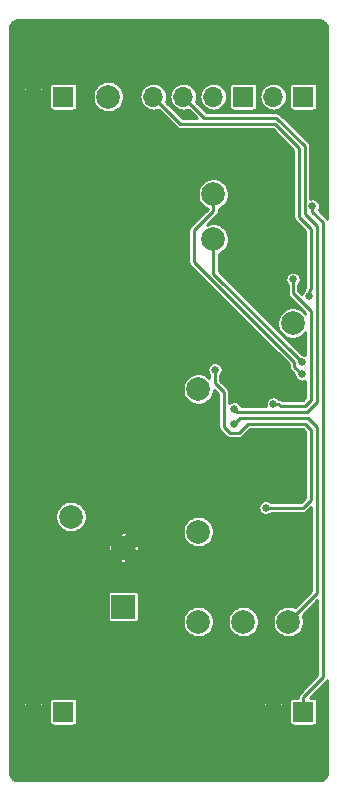
<source format=gbr>
G04 #@! TF.GenerationSoftware,KiCad,Pcbnew,(5.1.2)-2*
G04 #@! TF.CreationDate,2019-08-19T00:47:59-07:00*
G04 #@! TF.ProjectId,Charger SubBoard 0-2,43686172-6765-4722-9053-7562426f6172,rev?*
G04 #@! TF.SameCoordinates,Original*
G04 #@! TF.FileFunction,Copper,L2,Bot*
G04 #@! TF.FilePolarity,Positive*
%FSLAX46Y46*%
G04 Gerber Fmt 4.6, Leading zero omitted, Abs format (unit mm)*
G04 Created by KiCad (PCBNEW (5.1.2)-2) date 2019-08-19 00:47:59*
%MOMM*%
%LPD*%
G04 APERTURE LIST*
G04 #@! TA.AperFunction,ComponentPad*
%ADD10C,2.000000*%
G04 #@! TD*
G04 #@! TA.AperFunction,ComponentPad*
%ADD11R,2.000000X2.000000*%
G04 #@! TD*
G04 #@! TA.AperFunction,ComponentPad*
%ADD12O,1.700000X1.700000*%
G04 #@! TD*
G04 #@! TA.AperFunction,ComponentPad*
%ADD13R,1.700000X1.700000*%
G04 #@! TD*
G04 #@! TA.AperFunction,ViaPad*
%ADD14C,0.635000*%
G04 #@! TD*
G04 #@! TA.AperFunction,Conductor*
%ADD15C,0.254000*%
G04 #@! TD*
G04 APERTURE END LIST*
D10*
G04 #@! TO.P,C7,2*
G04 #@! TO.N,GND*
X148590000Y-94060000D03*
D11*
G04 #@! TO.P,C7,1*
G04 #@! TO.N,/PRE_VOUT*
X148590000Y-99060000D03*
G04 #@! TD*
D10*
G04 #@! TO.P,TP10,1*
G04 #@! TO.N,Net-(D3-Pad2)*
X158750000Y-100330000D03*
G04 #@! TD*
G04 #@! TO.P,TP9,1*
G04 #@! TO.N,Net-(R15-Pad1)*
X162941000Y-75057000D03*
G04 #@! TD*
G04 #@! TO.P,TP8,1*
G04 #@! TO.N,/PRE_VOUT*
X154940000Y-100330000D03*
G04 #@! TD*
G04 #@! TO.P,TP7,1*
G04 #@! TO.N,Net-(R16-Pad2)*
X162560000Y-100330000D03*
G04 #@! TD*
G04 #@! TO.P,TP6,1*
G04 #@! TO.N,Net-(R13-Pad2)*
X154940000Y-92710000D03*
G04 #@! TD*
G04 #@! TO.P,TP5,1*
G04 #@! TO.N,Net-(NT1-Pad2)*
X154940000Y-80645000D03*
G04 #@! TD*
G04 #@! TO.P,TP4,1*
G04 #@! TO.N,/SW*
X144145000Y-91440000D03*
G04 #@! TD*
G04 #@! TO.P,TP3,1*
G04 #@! TO.N,/VIN*
X156210000Y-67945000D03*
G04 #@! TD*
G04 #@! TO.P,TP2,1*
G04 #@! TO.N,/PRE_SH*
X156210000Y-64135000D03*
G04 #@! TD*
G04 #@! TO.P,TP1,1*
G04 #@! TO.N,Net-(D1-Pad2)*
X147320000Y-55880000D03*
G04 #@! TD*
D12*
G04 #@! TO.P,J5,2*
G04 #@! TO.N,GND*
X161290000Y-107950000D03*
D13*
G04 #@! TO.P,J5,1*
G04 #@! TO.N,+3V3*
X163830000Y-107950000D03*
G04 #@! TD*
D12*
G04 #@! TO.P,J4,2*
G04 #@! TO.N,GND*
X140970000Y-107950000D03*
D13*
G04 #@! TO.P,J4,1*
G04 #@! TO.N,/VOUT*
X143510000Y-107950000D03*
G04 #@! TD*
D12*
G04 #@! TO.P,J3,4*
G04 #@! TO.N,/RUN*
X151130000Y-55880000D03*
G04 #@! TO.P,J3,3*
G04 #@! TO.N,/OUT_EN*
X153670000Y-55880000D03*
G04 #@! TO.P,J3,2*
G04 #@! TO.N,/ILIM*
X156210000Y-55880000D03*
D13*
G04 #@! TO.P,J3,1*
G04 #@! TO.N,/PRE*
X158750000Y-55880000D03*
G04 #@! TD*
D12*
G04 #@! TO.P,J2,2*
G04 #@! TO.N,GND*
X140970000Y-55880000D03*
D13*
G04 #@! TO.P,J2,1*
G04 #@! TO.N,/PRE_VIN*
X143510000Y-55880000D03*
G04 #@! TD*
D12*
G04 #@! TO.P,J1,2*
G04 #@! TO.N,/I_IN*
X161290000Y-55880000D03*
D13*
G04 #@! TO.P,J1,1*
X163830000Y-55880000D03*
G04 #@! TD*
D14*
G04 #@! TO.N,GND*
X161544000Y-92456000D03*
X162433000Y-91694000D03*
X162433000Y-92456000D03*
X162433000Y-93345000D03*
X162814000Y-86360000D03*
X162814000Y-87122000D03*
X158623000Y-87122000D03*
X158623000Y-86360000D03*
X158623000Y-85598000D03*
X157861000Y-86360000D03*
X157861000Y-85598000D03*
X163576000Y-86360000D03*
X163576000Y-84455000D03*
X142367000Y-104775000D03*
X142367000Y-105664000D03*
X139573000Y-104775000D03*
X139573000Y-105664000D03*
X139573000Y-106553000D03*
X140462000Y-106553000D03*
X141351000Y-106553000D03*
X158877000Y-76962000D03*
X158877000Y-77724000D03*
X157607000Y-78994000D03*
X157607000Y-79756000D03*
X157607000Y-80518000D03*
X162433000Y-66040000D03*
X161671000Y-66040000D03*
X158369000Y-66040000D03*
X157607000Y-66040000D03*
X161671000Y-60579000D03*
X158623000Y-103251000D03*
X160274000Y-103251000D03*
X161544000Y-96393000D03*
X158242000Y-97409000D03*
X162560000Y-79883000D03*
X162941000Y-70358000D03*
X162941000Y-68834000D03*
X152146000Y-88011000D03*
X152908000Y-88011000D03*
X153670000Y-88011000D03*
X154432000Y-88011000D03*
X155194000Y-88011000D03*
X153670000Y-90678000D03*
X154432000Y-90678000D03*
X155194000Y-90678000D03*
X152908000Y-90678000D03*
X152146000Y-90678000D03*
G04 #@! TO.N,+3V3*
X164592000Y-65151000D03*
G04 #@! TO.N,Net-(R16-Pad2)*
X157988000Y-83566000D03*
G04 #@! TO.N,/VIN*
X160655000Y-90678000D03*
X156337000Y-78994000D03*
X163703014Y-78359000D03*
G04 #@! TO.N,/PRE_SH*
X163703000Y-79375000D03*
G04 #@! TO.N,Net-(C11-Pad1)*
X162955000Y-71360000D03*
X161290000Y-81915000D03*
G04 #@! TO.N,/RUN*
X164338000Y-72771000D03*
G04 #@! TO.N,/OUT_EN*
X157988000Y-82296000D03*
G04 #@! TD*
D15*
G04 #@! TO.N,+3V3*
X163830000Y-106680000D02*
X163830000Y-107950000D01*
X165481000Y-105029000D02*
X163830000Y-106680000D01*
X165481000Y-66518506D02*
X165481000Y-105029000D01*
X164592000Y-65151000D02*
X164592000Y-65629506D01*
X164592000Y-65629506D02*
X165481000Y-66518506D01*
G04 #@! TO.N,Net-(R16-Pad2)*
X164973000Y-97917000D02*
X162560000Y-100330000D01*
X164973000Y-83820000D02*
X164973000Y-97917000D01*
X164211000Y-83058000D02*
X164973000Y-83820000D01*
X157988000Y-83566000D02*
X158496000Y-83058000D01*
X158496000Y-83058000D02*
X164211000Y-83058000D01*
G04 #@! TO.N,/VIN*
X157099000Y-83820000D02*
X157099000Y-80893414D01*
X156337000Y-80131414D02*
X156337000Y-78994000D01*
X157607000Y-84328000D02*
X157099000Y-83820000D01*
X158369000Y-84328000D02*
X157607000Y-84328000D01*
X163830000Y-90678000D02*
X164465000Y-90043000D01*
X164465000Y-90043000D02*
X164465000Y-84074000D01*
X164465000Y-84074000D02*
X163957000Y-83566000D01*
X160655000Y-90678000D02*
X163830000Y-90678000D01*
X163957000Y-83566000D02*
X159131000Y-83566000D01*
X157099000Y-80893414D02*
X156337000Y-80131414D01*
X159131000Y-83566000D02*
X158369000Y-84328000D01*
X163385515Y-78041501D02*
X163703014Y-78359000D01*
X156210000Y-67945000D02*
X156210000Y-70865986D01*
X156210000Y-70865986D02*
X163385515Y-78041501D01*
G04 #@! TO.N,/PRE_SH*
X156210000Y-65532000D02*
X156210000Y-64135000D01*
X154559000Y-67183000D02*
X156210000Y-65532000D01*
X154559000Y-69850000D02*
X154559000Y-67183000D01*
X163068000Y-78359000D02*
X154559000Y-69850000D01*
X163703000Y-79375000D02*
X163068000Y-78740000D01*
X163068000Y-78740000D02*
X163068000Y-78359000D01*
G04 #@! TO.N,Net-(C11-Pad1)*
X162955000Y-72531000D02*
X162955000Y-71360000D01*
X161290000Y-81915000D02*
X161739012Y-81915000D01*
X161739012Y-81915000D02*
X161866012Y-82042000D01*
X161866012Y-82042000D02*
X163957000Y-82042000D01*
X163957000Y-82042000D02*
X164465000Y-81534000D01*
X164465000Y-81534000D02*
X164465000Y-74041000D01*
X164465000Y-74041000D02*
X162955000Y-72531000D01*
G04 #@! TO.N,/RUN*
X153416000Y-58166000D02*
X151130000Y-55880000D01*
X161417000Y-58166000D02*
X153416000Y-58166000D01*
X164338000Y-72321988D02*
X164465000Y-72194988D01*
X164338000Y-72771000D02*
X164338000Y-72321988D01*
X164465000Y-72194988D02*
X164465000Y-67056000D01*
X164465000Y-67056000D02*
X163449000Y-66040000D01*
X163449000Y-66040000D02*
X163449000Y-60198000D01*
X163449000Y-60198000D02*
X161417000Y-58166000D01*
G04 #@! TO.N,/OUT_EN*
X161544000Y-57658000D02*
X155448000Y-57658000D01*
X163957000Y-60071000D02*
X161544000Y-57658000D01*
X158242000Y-82550000D02*
X164147500Y-82550000D01*
X157988000Y-82296000D02*
X158242000Y-82550000D01*
X164147500Y-82550000D02*
X164973000Y-81724500D01*
X164973000Y-81724500D02*
X164973000Y-66802000D01*
X164973000Y-66802000D02*
X163957000Y-65786000D01*
X155448000Y-57658000D02*
X153670000Y-55880000D01*
X163957000Y-65786000D02*
X163957000Y-60071000D01*
G04 #@! TD*
G04 #@! TO.N,GND*
G36*
X165245054Y-49432420D02*
G01*
X165384586Y-49474547D01*
X165513272Y-49542971D01*
X165626223Y-49635090D01*
X165719129Y-49747394D01*
X165788450Y-49875602D01*
X165831549Y-50014832D01*
X165849300Y-50183720D01*
X165849300Y-66246593D01*
X165805853Y-66193653D01*
X165788409Y-66179337D01*
X165126285Y-65517214D01*
X165165984Y-65457801D01*
X165214809Y-65339927D01*
X165239700Y-65214793D01*
X165239700Y-65087207D01*
X165214809Y-64962073D01*
X165165984Y-64844199D01*
X165095101Y-64738115D01*
X165004885Y-64647899D01*
X164898801Y-64577016D01*
X164780927Y-64528191D01*
X164655793Y-64503300D01*
X164528207Y-64503300D01*
X164414200Y-64525978D01*
X164414200Y-60093449D01*
X164416411Y-60070999D01*
X164414200Y-60048549D01*
X164414200Y-60048540D01*
X164407585Y-59981373D01*
X164381441Y-59895191D01*
X164361678Y-59858217D01*
X164338987Y-59815763D01*
X164296170Y-59763592D01*
X164281853Y-59746147D01*
X164264408Y-59731830D01*
X161883174Y-57350597D01*
X161868853Y-57333147D01*
X161799236Y-57276013D01*
X161719809Y-57233559D01*
X161633627Y-57207415D01*
X161566460Y-57200800D01*
X161566450Y-57200800D01*
X161544000Y-57198589D01*
X161521550Y-57200800D01*
X155637379Y-57200800D01*
X154766748Y-56330170D01*
X154833123Y-56111360D01*
X154855910Y-55880000D01*
X155024090Y-55880000D01*
X155046877Y-56111360D01*
X155114362Y-56333828D01*
X155223952Y-56538856D01*
X155371435Y-56718565D01*
X155551144Y-56866048D01*
X155756172Y-56975638D01*
X155978640Y-57043123D01*
X156152025Y-57060200D01*
X156267975Y-57060200D01*
X156441360Y-57043123D01*
X156663828Y-56975638D01*
X156868856Y-56866048D01*
X157048565Y-56718565D01*
X157196048Y-56538856D01*
X157305638Y-56333828D01*
X157373123Y-56111360D01*
X157395910Y-55880000D01*
X157373123Y-55648640D01*
X157305638Y-55426172D01*
X157196048Y-55221144D01*
X157048565Y-55041435D01*
X157034632Y-55030000D01*
X157568203Y-55030000D01*
X157568203Y-56730000D01*
X157574578Y-56794730D01*
X157593460Y-56856973D01*
X157624121Y-56914337D01*
X157665384Y-56964616D01*
X157715663Y-57005879D01*
X157773027Y-57036540D01*
X157835270Y-57055422D01*
X157900000Y-57061797D01*
X159600000Y-57061797D01*
X159664730Y-57055422D01*
X159726973Y-57036540D01*
X159784337Y-57005879D01*
X159834616Y-56964616D01*
X159875879Y-56914337D01*
X159906540Y-56856973D01*
X159925422Y-56794730D01*
X159931797Y-56730000D01*
X159931797Y-55880000D01*
X160104090Y-55880000D01*
X160126877Y-56111360D01*
X160194362Y-56333828D01*
X160303952Y-56538856D01*
X160451435Y-56718565D01*
X160631144Y-56866048D01*
X160836172Y-56975638D01*
X161058640Y-57043123D01*
X161232025Y-57060200D01*
X161347975Y-57060200D01*
X161521360Y-57043123D01*
X161743828Y-56975638D01*
X161948856Y-56866048D01*
X162128565Y-56718565D01*
X162276048Y-56538856D01*
X162385638Y-56333828D01*
X162453123Y-56111360D01*
X162475910Y-55880000D01*
X162453123Y-55648640D01*
X162385638Y-55426172D01*
X162276048Y-55221144D01*
X162128565Y-55041435D01*
X162114632Y-55030000D01*
X162648203Y-55030000D01*
X162648203Y-56730000D01*
X162654578Y-56794730D01*
X162673460Y-56856973D01*
X162704121Y-56914337D01*
X162745384Y-56964616D01*
X162795663Y-57005879D01*
X162853027Y-57036540D01*
X162915270Y-57055422D01*
X162980000Y-57061797D01*
X164680000Y-57061797D01*
X164744730Y-57055422D01*
X164806973Y-57036540D01*
X164864337Y-57005879D01*
X164914616Y-56964616D01*
X164955879Y-56914337D01*
X164986540Y-56856973D01*
X165005422Y-56794730D01*
X165011797Y-56730000D01*
X165011797Y-55030000D01*
X165005422Y-54965270D01*
X164986540Y-54903027D01*
X164955879Y-54845663D01*
X164914616Y-54795384D01*
X164864337Y-54754121D01*
X164806973Y-54723460D01*
X164744730Y-54704578D01*
X164680000Y-54698203D01*
X162980000Y-54698203D01*
X162915270Y-54704578D01*
X162853027Y-54723460D01*
X162795663Y-54754121D01*
X162745384Y-54795384D01*
X162704121Y-54845663D01*
X162673460Y-54903027D01*
X162654578Y-54965270D01*
X162648203Y-55030000D01*
X162114632Y-55030000D01*
X161948856Y-54893952D01*
X161743828Y-54784362D01*
X161521360Y-54716877D01*
X161347975Y-54699800D01*
X161232025Y-54699800D01*
X161058640Y-54716877D01*
X160836172Y-54784362D01*
X160631144Y-54893952D01*
X160451435Y-55041435D01*
X160303952Y-55221144D01*
X160194362Y-55426172D01*
X160126877Y-55648640D01*
X160104090Y-55880000D01*
X159931797Y-55880000D01*
X159931797Y-55030000D01*
X159925422Y-54965270D01*
X159906540Y-54903027D01*
X159875879Y-54845663D01*
X159834616Y-54795384D01*
X159784337Y-54754121D01*
X159726973Y-54723460D01*
X159664730Y-54704578D01*
X159600000Y-54698203D01*
X157900000Y-54698203D01*
X157835270Y-54704578D01*
X157773027Y-54723460D01*
X157715663Y-54754121D01*
X157665384Y-54795384D01*
X157624121Y-54845663D01*
X157593460Y-54903027D01*
X157574578Y-54965270D01*
X157568203Y-55030000D01*
X157034632Y-55030000D01*
X156868856Y-54893952D01*
X156663828Y-54784362D01*
X156441360Y-54716877D01*
X156267975Y-54699800D01*
X156152025Y-54699800D01*
X155978640Y-54716877D01*
X155756172Y-54784362D01*
X155551144Y-54893952D01*
X155371435Y-55041435D01*
X155223952Y-55221144D01*
X155114362Y-55426172D01*
X155046877Y-55648640D01*
X155024090Y-55880000D01*
X154855910Y-55880000D01*
X154833123Y-55648640D01*
X154765638Y-55426172D01*
X154656048Y-55221144D01*
X154508565Y-55041435D01*
X154328856Y-54893952D01*
X154123828Y-54784362D01*
X153901360Y-54716877D01*
X153727975Y-54699800D01*
X153612025Y-54699800D01*
X153438640Y-54716877D01*
X153216172Y-54784362D01*
X153011144Y-54893952D01*
X152831435Y-55041435D01*
X152683952Y-55221144D01*
X152574362Y-55426172D01*
X152506877Y-55648640D01*
X152484090Y-55880000D01*
X152506877Y-56111360D01*
X152574362Y-56333828D01*
X152683952Y-56538856D01*
X152831435Y-56718565D01*
X153011144Y-56866048D01*
X153216172Y-56975638D01*
X153438640Y-57043123D01*
X153612025Y-57060200D01*
X153727975Y-57060200D01*
X153901360Y-57043123D01*
X154120170Y-56976748D01*
X154852221Y-57708800D01*
X153605378Y-57708800D01*
X152226748Y-56330170D01*
X152293123Y-56111360D01*
X152315910Y-55880000D01*
X152293123Y-55648640D01*
X152225638Y-55426172D01*
X152116048Y-55221144D01*
X151968565Y-55041435D01*
X151788856Y-54893952D01*
X151583828Y-54784362D01*
X151361360Y-54716877D01*
X151187975Y-54699800D01*
X151072025Y-54699800D01*
X150898640Y-54716877D01*
X150676172Y-54784362D01*
X150471144Y-54893952D01*
X150291435Y-55041435D01*
X150143952Y-55221144D01*
X150034362Y-55426172D01*
X149966877Y-55648640D01*
X149944090Y-55880000D01*
X149966877Y-56111360D01*
X150034362Y-56333828D01*
X150143952Y-56538856D01*
X150291435Y-56718565D01*
X150471144Y-56866048D01*
X150676172Y-56975638D01*
X150898640Y-57043123D01*
X151072025Y-57060200D01*
X151187975Y-57060200D01*
X151361360Y-57043123D01*
X151580170Y-56976748D01*
X153076829Y-58473407D01*
X153091147Y-58490853D01*
X153160764Y-58547987D01*
X153240191Y-58590441D01*
X153326373Y-58616585D01*
X153393540Y-58623200D01*
X153393549Y-58623200D01*
X153415999Y-58625411D01*
X153438449Y-58623200D01*
X161227623Y-58623200D01*
X162991801Y-60387379D01*
X162991800Y-66017550D01*
X162989589Y-66040000D01*
X162991800Y-66062450D01*
X162991800Y-66062459D01*
X162998415Y-66129626D01*
X163024559Y-66215808D01*
X163067013Y-66295235D01*
X163124147Y-66364853D01*
X163141597Y-66379174D01*
X164007801Y-67245379D01*
X164007800Y-72003651D01*
X163998831Y-72014580D01*
X163998830Y-72014581D01*
X163956013Y-72066753D01*
X163935377Y-72105362D01*
X163913560Y-72146179D01*
X163887416Y-72232361D01*
X163880800Y-72299528D01*
X163880800Y-72299538D01*
X163879415Y-72313599D01*
X163834899Y-72358115D01*
X163764016Y-72464199D01*
X163715191Y-72582073D01*
X163704815Y-72634237D01*
X163412200Y-72341623D01*
X163412200Y-71818786D01*
X163458101Y-71772885D01*
X163528984Y-71666801D01*
X163577809Y-71548927D01*
X163602700Y-71423793D01*
X163602700Y-71296207D01*
X163577809Y-71171073D01*
X163528984Y-71053199D01*
X163458101Y-70947115D01*
X163367885Y-70856899D01*
X163261801Y-70786016D01*
X163143927Y-70737191D01*
X163018793Y-70712300D01*
X162891207Y-70712300D01*
X162766073Y-70737191D01*
X162648199Y-70786016D01*
X162542115Y-70856899D01*
X162451899Y-70947115D01*
X162381016Y-71053199D01*
X162332191Y-71171073D01*
X162307300Y-71296207D01*
X162307300Y-71423793D01*
X162332191Y-71548927D01*
X162381016Y-71666801D01*
X162451899Y-71772885D01*
X162497801Y-71818787D01*
X162497800Y-72508550D01*
X162495589Y-72531000D01*
X162497800Y-72553450D01*
X162497800Y-72553459D01*
X162504415Y-72620626D01*
X162530559Y-72706808D01*
X162573013Y-72786235D01*
X162630147Y-72855853D01*
X162647597Y-72870174D01*
X164007801Y-74230379D01*
X164007801Y-74259284D01*
X163974234Y-74209047D01*
X163788953Y-74023766D01*
X163571086Y-73878192D01*
X163329005Y-73777919D01*
X163072013Y-73726800D01*
X162809987Y-73726800D01*
X162552995Y-73777919D01*
X162310914Y-73878192D01*
X162093047Y-74023766D01*
X161907766Y-74209047D01*
X161762192Y-74426914D01*
X161661919Y-74668995D01*
X161610800Y-74925987D01*
X161610800Y-75188013D01*
X161661919Y-75445005D01*
X161762192Y-75687086D01*
X161907766Y-75904953D01*
X162093047Y-76090234D01*
X162310914Y-76235808D01*
X162552995Y-76336081D01*
X162809987Y-76387200D01*
X163072013Y-76387200D01*
X163329005Y-76336081D01*
X163571086Y-76235808D01*
X163788953Y-76090234D01*
X163974234Y-75904953D01*
X164007801Y-75854717D01*
X164007801Y-77784182D01*
X163891941Y-77736191D01*
X163766807Y-77711300D01*
X163701893Y-77711300D01*
X156667200Y-70676609D01*
X156667200Y-69195420D01*
X156840086Y-69123808D01*
X157057953Y-68978234D01*
X157243234Y-68792953D01*
X157388808Y-68575086D01*
X157489081Y-68333005D01*
X157540200Y-68076013D01*
X157540200Y-67813987D01*
X157489081Y-67556995D01*
X157388808Y-67314914D01*
X157243234Y-67097047D01*
X157057953Y-66911766D01*
X156840086Y-66766192D01*
X156598005Y-66665919D01*
X156341013Y-66614800D01*
X156078987Y-66614800D01*
X155821995Y-66665919D01*
X155652418Y-66736160D01*
X156517415Y-65871164D01*
X156534853Y-65856853D01*
X156549165Y-65839414D01*
X156549171Y-65839408D01*
X156591987Y-65787236D01*
X156634441Y-65707810D01*
X156649547Y-65658013D01*
X156660585Y-65621627D01*
X156667200Y-65554460D01*
X156667200Y-65554450D01*
X156669411Y-65532000D01*
X156667200Y-65509550D01*
X156667200Y-65385420D01*
X156840086Y-65313808D01*
X157057953Y-65168234D01*
X157243234Y-64982953D01*
X157388808Y-64765086D01*
X157489081Y-64523005D01*
X157540200Y-64266013D01*
X157540200Y-64003987D01*
X157489081Y-63746995D01*
X157388808Y-63504914D01*
X157243234Y-63287047D01*
X157057953Y-63101766D01*
X156840086Y-62956192D01*
X156598005Y-62855919D01*
X156341013Y-62804800D01*
X156078987Y-62804800D01*
X155821995Y-62855919D01*
X155579914Y-62956192D01*
X155362047Y-63101766D01*
X155176766Y-63287047D01*
X155031192Y-63504914D01*
X154930919Y-63746995D01*
X154879800Y-64003987D01*
X154879800Y-64266013D01*
X154930919Y-64523005D01*
X155031192Y-64765086D01*
X155176766Y-64982953D01*
X155362047Y-65168234D01*
X155579914Y-65313808D01*
X155722537Y-65372884D01*
X154251592Y-66843830D01*
X154234148Y-66858147D01*
X154219831Y-66875592D01*
X154219830Y-66875593D01*
X154206672Y-66891626D01*
X154177014Y-66927764D01*
X154134560Y-67007191D01*
X154119754Y-67056000D01*
X154108416Y-67093374D01*
X154099589Y-67183000D01*
X154101801Y-67205460D01*
X154101800Y-69827550D01*
X154099589Y-69850000D01*
X154101800Y-69872450D01*
X154101800Y-69872459D01*
X154108415Y-69939626D01*
X154134559Y-70025808D01*
X154177013Y-70105235D01*
X154234147Y-70174853D01*
X154251597Y-70189174D01*
X162610800Y-78548378D01*
X162610800Y-78717550D01*
X162608589Y-78740000D01*
X162610800Y-78762450D01*
X162610800Y-78762459D01*
X162617415Y-78829626D01*
X162643559Y-78915808D01*
X162686013Y-78995235D01*
X162743147Y-79064853D01*
X162760597Y-79079174D01*
X163055300Y-79373878D01*
X163055300Y-79438793D01*
X163080191Y-79563927D01*
X163129016Y-79681801D01*
X163199899Y-79787885D01*
X163290115Y-79878101D01*
X163396199Y-79948984D01*
X163514073Y-79997809D01*
X163639207Y-80022700D01*
X163766793Y-80022700D01*
X163891927Y-79997809D01*
X164007800Y-79949813D01*
X164007800Y-81344622D01*
X163767623Y-81584800D01*
X162057350Y-81584800D01*
X161994248Y-81533013D01*
X161914821Y-81490559D01*
X161828639Y-81464415D01*
X161761472Y-81457800D01*
X161761462Y-81457800D01*
X161747401Y-81456415D01*
X161702885Y-81411899D01*
X161596801Y-81341016D01*
X161478927Y-81292191D01*
X161353793Y-81267300D01*
X161226207Y-81267300D01*
X161101073Y-81292191D01*
X160983199Y-81341016D01*
X160877115Y-81411899D01*
X160786899Y-81502115D01*
X160716016Y-81608199D01*
X160667191Y-81726073D01*
X160642300Y-81851207D01*
X160642300Y-81978793D01*
X160664978Y-82092800D01*
X158604897Y-82092800D01*
X158561984Y-81989199D01*
X158491101Y-81883115D01*
X158400885Y-81792899D01*
X158294801Y-81722016D01*
X158176927Y-81673191D01*
X158051793Y-81648300D01*
X157924207Y-81648300D01*
X157799073Y-81673191D01*
X157681199Y-81722016D01*
X157575115Y-81792899D01*
X157556200Y-81811814D01*
X157556200Y-80915864D01*
X157558411Y-80893414D01*
X157556200Y-80870964D01*
X157556200Y-80870954D01*
X157549585Y-80803787D01*
X157523441Y-80717605D01*
X157523441Y-80717604D01*
X157480987Y-80638178D01*
X157438171Y-80586006D01*
X157438165Y-80586000D01*
X157423853Y-80568561D01*
X157406413Y-80554249D01*
X156794200Y-79942037D01*
X156794200Y-79452786D01*
X156840101Y-79406885D01*
X156910984Y-79300801D01*
X156959809Y-79182927D01*
X156984700Y-79057793D01*
X156984700Y-78930207D01*
X156959809Y-78805073D01*
X156910984Y-78687199D01*
X156840101Y-78581115D01*
X156749885Y-78490899D01*
X156643801Y-78420016D01*
X156525927Y-78371191D01*
X156400793Y-78346300D01*
X156273207Y-78346300D01*
X156148073Y-78371191D01*
X156030199Y-78420016D01*
X155924115Y-78490899D01*
X155833899Y-78581115D01*
X155763016Y-78687199D01*
X155714191Y-78805073D01*
X155689300Y-78930207D01*
X155689300Y-79057793D01*
X155714191Y-79182927D01*
X155763016Y-79300801D01*
X155833899Y-79406885D01*
X155879801Y-79452787D01*
X155879800Y-79703613D01*
X155787953Y-79611766D01*
X155570086Y-79466192D01*
X155328005Y-79365919D01*
X155071013Y-79314800D01*
X154808987Y-79314800D01*
X154551995Y-79365919D01*
X154309914Y-79466192D01*
X154092047Y-79611766D01*
X153906766Y-79797047D01*
X153761192Y-80014914D01*
X153660919Y-80256995D01*
X153609800Y-80513987D01*
X153609800Y-80776013D01*
X153660919Y-81033005D01*
X153761192Y-81275086D01*
X153906766Y-81492953D01*
X154092047Y-81678234D01*
X154309914Y-81823808D01*
X154551995Y-81924081D01*
X154808987Y-81975200D01*
X155071013Y-81975200D01*
X155328005Y-81924081D01*
X155570086Y-81823808D01*
X155787953Y-81678234D01*
X155973234Y-81492953D01*
X156118808Y-81275086D01*
X156219081Y-81033005D01*
X156270200Y-80776013D01*
X156270200Y-80711192D01*
X156641801Y-81082794D01*
X156641800Y-83797550D01*
X156639589Y-83820000D01*
X156641800Y-83842450D01*
X156641800Y-83842459D01*
X156648415Y-83909626D01*
X156674559Y-83995808D01*
X156717013Y-84075235D01*
X156774147Y-84144853D01*
X156791597Y-84159174D01*
X157267830Y-84635408D01*
X157282147Y-84652853D01*
X157299592Y-84667170D01*
X157351763Y-84709987D01*
X157394217Y-84732678D01*
X157431191Y-84752441D01*
X157517373Y-84778585D01*
X157584540Y-84785200D01*
X157584549Y-84785200D01*
X157606999Y-84787411D01*
X157629449Y-84785200D01*
X158346550Y-84785200D01*
X158369000Y-84787411D01*
X158391450Y-84785200D01*
X158391460Y-84785200D01*
X158458627Y-84778585D01*
X158544809Y-84752441D01*
X158624236Y-84709987D01*
X158693853Y-84652853D01*
X158708174Y-84635403D01*
X159320379Y-84023200D01*
X163767623Y-84023200D01*
X164007801Y-84263379D01*
X164007800Y-89853621D01*
X163640623Y-90220800D01*
X161113786Y-90220800D01*
X161067885Y-90174899D01*
X160961801Y-90104016D01*
X160843927Y-90055191D01*
X160718793Y-90030300D01*
X160591207Y-90030300D01*
X160466073Y-90055191D01*
X160348199Y-90104016D01*
X160242115Y-90174899D01*
X160151899Y-90265115D01*
X160081016Y-90371199D01*
X160032191Y-90489073D01*
X160007300Y-90614207D01*
X160007300Y-90741793D01*
X160032191Y-90866927D01*
X160081016Y-90984801D01*
X160151899Y-91090885D01*
X160242115Y-91181101D01*
X160348199Y-91251984D01*
X160466073Y-91300809D01*
X160591207Y-91325700D01*
X160718793Y-91325700D01*
X160843927Y-91300809D01*
X160961801Y-91251984D01*
X161067885Y-91181101D01*
X161113786Y-91135200D01*
X163807550Y-91135200D01*
X163830000Y-91137411D01*
X163852450Y-91135200D01*
X163852460Y-91135200D01*
X163919627Y-91128585D01*
X164005809Y-91102441D01*
X164085236Y-91059987D01*
X164154853Y-91002853D01*
X164169174Y-90985403D01*
X164515800Y-90638778D01*
X164515801Y-97727621D01*
X163120892Y-99122531D01*
X162948005Y-99050919D01*
X162691013Y-98999800D01*
X162428987Y-98999800D01*
X162171995Y-99050919D01*
X161929914Y-99151192D01*
X161712047Y-99296766D01*
X161526766Y-99482047D01*
X161381192Y-99699914D01*
X161280919Y-99941995D01*
X161229800Y-100198987D01*
X161229800Y-100461013D01*
X161280919Y-100718005D01*
X161381192Y-100960086D01*
X161526766Y-101177953D01*
X161712047Y-101363234D01*
X161929914Y-101508808D01*
X162171995Y-101609081D01*
X162428987Y-101660200D01*
X162691013Y-101660200D01*
X162948005Y-101609081D01*
X163190086Y-101508808D01*
X163407953Y-101363234D01*
X163593234Y-101177953D01*
X163738808Y-100960086D01*
X163839081Y-100718005D01*
X163890200Y-100461013D01*
X163890200Y-100198987D01*
X163839081Y-99941995D01*
X163767469Y-99769108D01*
X165023801Y-98512777D01*
X165023801Y-104839620D01*
X163522597Y-106340826D01*
X163505147Y-106355147D01*
X163448013Y-106424765D01*
X163405559Y-106504192D01*
X163379415Y-106590374D01*
X163372800Y-106657541D01*
X163372800Y-106657550D01*
X163370589Y-106680000D01*
X163372800Y-106702450D01*
X163372800Y-106768203D01*
X162980000Y-106768203D01*
X162915270Y-106774578D01*
X162853027Y-106793460D01*
X162795663Y-106824121D01*
X162745384Y-106865384D01*
X162704121Y-106915663D01*
X162673460Y-106973027D01*
X162654578Y-107035270D01*
X162648203Y-107100000D01*
X162648203Y-108800000D01*
X162654578Y-108864730D01*
X162673460Y-108926973D01*
X162704121Y-108984337D01*
X162745384Y-109034616D01*
X162795663Y-109075879D01*
X162853027Y-109106540D01*
X162915270Y-109125422D01*
X162980000Y-109131797D01*
X164680000Y-109131797D01*
X164744730Y-109125422D01*
X164806973Y-109106540D01*
X164864337Y-109075879D01*
X164914616Y-109034616D01*
X164955879Y-108984337D01*
X164986540Y-108926973D01*
X165005422Y-108864730D01*
X165011797Y-108800000D01*
X165011797Y-107100000D01*
X165005422Y-107035270D01*
X164986540Y-106973027D01*
X164955879Y-106915663D01*
X164914616Y-106865384D01*
X164864337Y-106824121D01*
X164806973Y-106793460D01*
X164744730Y-106774578D01*
X164680000Y-106768203D01*
X164388374Y-106768203D01*
X165788414Y-105368165D01*
X165805853Y-105353853D01*
X165820165Y-105336414D01*
X165820171Y-105336408D01*
X165849301Y-105300913D01*
X165849301Y-113004523D01*
X165832580Y-113175054D01*
X165790453Y-113314586D01*
X165722029Y-113443274D01*
X165629910Y-113556222D01*
X165517605Y-113649129D01*
X165389398Y-113718450D01*
X165250168Y-113761549D01*
X165081280Y-113779300D01*
X139725467Y-113779300D01*
X139554946Y-113762580D01*
X139415414Y-113720453D01*
X139286726Y-113652029D01*
X139173778Y-113559910D01*
X139080871Y-113447605D01*
X139011550Y-113319398D01*
X138968451Y-113180168D01*
X138950700Y-113011280D01*
X138950700Y-108458000D01*
X140031119Y-108458000D01*
X140053157Y-108609546D01*
X140199445Y-108775740D01*
X140310459Y-108866814D01*
X140462000Y-108879829D01*
X140462000Y-108458000D01*
X141478000Y-108458000D01*
X141478000Y-108879829D01*
X141629541Y-108866814D01*
X141740555Y-108775740D01*
X141886843Y-108609546D01*
X141908881Y-108458000D01*
X141478000Y-108458000D01*
X140462000Y-108458000D01*
X140031119Y-108458000D01*
X138950700Y-108458000D01*
X138950700Y-107442000D01*
X140031119Y-107442000D01*
X140462000Y-107442000D01*
X141478000Y-107442000D01*
X141908881Y-107442000D01*
X141886843Y-107290454D01*
X141740555Y-107124260D01*
X141710984Y-107100000D01*
X142328203Y-107100000D01*
X142328203Y-108800000D01*
X142334578Y-108864730D01*
X142353460Y-108926973D01*
X142384121Y-108984337D01*
X142425384Y-109034616D01*
X142475663Y-109075879D01*
X142533027Y-109106540D01*
X142595270Y-109125422D01*
X142660000Y-109131797D01*
X144360000Y-109131797D01*
X144424730Y-109125422D01*
X144486973Y-109106540D01*
X144544337Y-109075879D01*
X144594616Y-109034616D01*
X144635879Y-108984337D01*
X144666540Y-108926973D01*
X144685422Y-108864730D01*
X144691797Y-108800000D01*
X144691797Y-108458000D01*
X160351119Y-108458000D01*
X160373157Y-108609546D01*
X160519445Y-108775740D01*
X160630459Y-108866814D01*
X160782000Y-108879829D01*
X160782000Y-108458000D01*
X161798000Y-108458000D01*
X161798000Y-108879829D01*
X161949541Y-108866814D01*
X162060555Y-108775740D01*
X162206843Y-108609546D01*
X162228881Y-108458000D01*
X161798000Y-108458000D01*
X160782000Y-108458000D01*
X160351119Y-108458000D01*
X144691797Y-108458000D01*
X144691797Y-107442000D01*
X160351119Y-107442000D01*
X160782000Y-107442000D01*
X161798000Y-107442000D01*
X162228881Y-107442000D01*
X162206843Y-107290454D01*
X162060555Y-107124260D01*
X161949541Y-107033186D01*
X161798000Y-107020171D01*
X161798000Y-107442000D01*
X160782000Y-107442000D01*
X160782000Y-107020171D01*
X160630459Y-107033186D01*
X160519445Y-107124260D01*
X160373157Y-107290454D01*
X160351119Y-107442000D01*
X144691797Y-107442000D01*
X144691797Y-107100000D01*
X144685422Y-107035270D01*
X144666540Y-106973027D01*
X144635879Y-106915663D01*
X144594616Y-106865384D01*
X144544337Y-106824121D01*
X144486973Y-106793460D01*
X144424730Y-106774578D01*
X144360000Y-106768203D01*
X142660000Y-106768203D01*
X142595270Y-106774578D01*
X142533027Y-106793460D01*
X142475663Y-106824121D01*
X142425384Y-106865384D01*
X142384121Y-106915663D01*
X142353460Y-106973027D01*
X142334578Y-107035270D01*
X142328203Y-107100000D01*
X141710984Y-107100000D01*
X141629541Y-107033186D01*
X141478000Y-107020171D01*
X141478000Y-107442000D01*
X140462000Y-107442000D01*
X140462000Y-107020171D01*
X140310459Y-107033186D01*
X140199445Y-107124260D01*
X140053157Y-107290454D01*
X140031119Y-107442000D01*
X138950700Y-107442000D01*
X138950700Y-98060000D01*
X147258203Y-98060000D01*
X147258203Y-100060000D01*
X147264578Y-100124730D01*
X147283460Y-100186973D01*
X147314121Y-100244337D01*
X147355384Y-100294616D01*
X147405663Y-100335879D01*
X147463027Y-100366540D01*
X147525270Y-100385422D01*
X147590000Y-100391797D01*
X149590000Y-100391797D01*
X149654730Y-100385422D01*
X149716973Y-100366540D01*
X149774337Y-100335879D01*
X149824616Y-100294616D01*
X149865879Y-100244337D01*
X149890118Y-100198987D01*
X153609800Y-100198987D01*
X153609800Y-100461013D01*
X153660919Y-100718005D01*
X153761192Y-100960086D01*
X153906766Y-101177953D01*
X154092047Y-101363234D01*
X154309914Y-101508808D01*
X154551995Y-101609081D01*
X154808987Y-101660200D01*
X155071013Y-101660200D01*
X155328005Y-101609081D01*
X155570086Y-101508808D01*
X155787953Y-101363234D01*
X155973234Y-101177953D01*
X156118808Y-100960086D01*
X156219081Y-100718005D01*
X156270200Y-100461013D01*
X156270200Y-100198987D01*
X157419800Y-100198987D01*
X157419800Y-100461013D01*
X157470919Y-100718005D01*
X157571192Y-100960086D01*
X157716766Y-101177953D01*
X157902047Y-101363234D01*
X158119914Y-101508808D01*
X158361995Y-101609081D01*
X158618987Y-101660200D01*
X158881013Y-101660200D01*
X159138005Y-101609081D01*
X159380086Y-101508808D01*
X159597953Y-101363234D01*
X159783234Y-101177953D01*
X159928808Y-100960086D01*
X160029081Y-100718005D01*
X160080200Y-100461013D01*
X160080200Y-100198987D01*
X160029081Y-99941995D01*
X159928808Y-99699914D01*
X159783234Y-99482047D01*
X159597953Y-99296766D01*
X159380086Y-99151192D01*
X159138005Y-99050919D01*
X158881013Y-98999800D01*
X158618987Y-98999800D01*
X158361995Y-99050919D01*
X158119914Y-99151192D01*
X157902047Y-99296766D01*
X157716766Y-99482047D01*
X157571192Y-99699914D01*
X157470919Y-99941995D01*
X157419800Y-100198987D01*
X156270200Y-100198987D01*
X156219081Y-99941995D01*
X156118808Y-99699914D01*
X155973234Y-99482047D01*
X155787953Y-99296766D01*
X155570086Y-99151192D01*
X155328005Y-99050919D01*
X155071013Y-98999800D01*
X154808987Y-98999800D01*
X154551995Y-99050919D01*
X154309914Y-99151192D01*
X154092047Y-99296766D01*
X153906766Y-99482047D01*
X153761192Y-99699914D01*
X153660919Y-99941995D01*
X153609800Y-100198987D01*
X149890118Y-100198987D01*
X149896540Y-100186973D01*
X149915422Y-100124730D01*
X149921797Y-100060000D01*
X149921797Y-98060000D01*
X149915422Y-97995270D01*
X149896540Y-97933027D01*
X149865879Y-97875663D01*
X149824616Y-97825384D01*
X149774337Y-97784121D01*
X149716973Y-97753460D01*
X149654730Y-97734578D01*
X149590000Y-97728203D01*
X147590000Y-97728203D01*
X147525270Y-97734578D01*
X147463027Y-97753460D01*
X147405663Y-97784121D01*
X147355384Y-97825384D01*
X147314121Y-97875663D01*
X147283460Y-97933027D01*
X147264578Y-97995270D01*
X147258203Y-98060000D01*
X138950700Y-98060000D01*
X138950700Y-95200222D01*
X148168198Y-95200222D01*
X148306826Y-95314016D01*
X148556914Y-95345164D01*
X148808273Y-95326925D01*
X148873174Y-95314016D01*
X149011802Y-95200222D01*
X148590000Y-94778420D01*
X148168198Y-95200222D01*
X138950700Y-95200222D01*
X138950700Y-94026914D01*
X147304836Y-94026914D01*
X147323075Y-94278273D01*
X147335984Y-94343174D01*
X147449778Y-94481802D01*
X147871580Y-94060000D01*
X149308420Y-94060000D01*
X149730222Y-94481802D01*
X149844016Y-94343174D01*
X149875164Y-94093086D01*
X149856925Y-93841727D01*
X149844016Y-93776826D01*
X149730222Y-93638198D01*
X149308420Y-94060000D01*
X147871580Y-94060000D01*
X147449778Y-93638198D01*
X147335984Y-93776826D01*
X147304836Y-94026914D01*
X138950700Y-94026914D01*
X138950700Y-92919778D01*
X148168198Y-92919778D01*
X148590000Y-93341580D01*
X149011802Y-92919778D01*
X148873174Y-92805984D01*
X148623086Y-92774836D01*
X148371727Y-92793075D01*
X148306826Y-92805984D01*
X148168198Y-92919778D01*
X138950700Y-92919778D01*
X138950700Y-91308987D01*
X142814800Y-91308987D01*
X142814800Y-91571013D01*
X142865919Y-91828005D01*
X142966192Y-92070086D01*
X143111766Y-92287953D01*
X143297047Y-92473234D01*
X143514914Y-92618808D01*
X143756995Y-92719081D01*
X144013987Y-92770200D01*
X144276013Y-92770200D01*
X144533005Y-92719081D01*
X144775086Y-92618808D01*
X144834682Y-92578987D01*
X153609800Y-92578987D01*
X153609800Y-92841013D01*
X153660919Y-93098005D01*
X153761192Y-93340086D01*
X153906766Y-93557953D01*
X154092047Y-93743234D01*
X154309914Y-93888808D01*
X154551995Y-93989081D01*
X154808987Y-94040200D01*
X155071013Y-94040200D01*
X155328005Y-93989081D01*
X155570086Y-93888808D01*
X155787953Y-93743234D01*
X155973234Y-93557953D01*
X156118808Y-93340086D01*
X156219081Y-93098005D01*
X156270200Y-92841013D01*
X156270200Y-92578987D01*
X156219081Y-92321995D01*
X156118808Y-92079914D01*
X155973234Y-91862047D01*
X155787953Y-91676766D01*
X155570086Y-91531192D01*
X155328005Y-91430919D01*
X155071013Y-91379800D01*
X154808987Y-91379800D01*
X154551995Y-91430919D01*
X154309914Y-91531192D01*
X154092047Y-91676766D01*
X153906766Y-91862047D01*
X153761192Y-92079914D01*
X153660919Y-92321995D01*
X153609800Y-92578987D01*
X144834682Y-92578987D01*
X144992953Y-92473234D01*
X145178234Y-92287953D01*
X145323808Y-92070086D01*
X145424081Y-91828005D01*
X145475200Y-91571013D01*
X145475200Y-91308987D01*
X145424081Y-91051995D01*
X145323808Y-90809914D01*
X145178234Y-90592047D01*
X144992953Y-90406766D01*
X144775086Y-90261192D01*
X144533005Y-90160919D01*
X144276013Y-90109800D01*
X144013987Y-90109800D01*
X143756995Y-90160919D01*
X143514914Y-90261192D01*
X143297047Y-90406766D01*
X143111766Y-90592047D01*
X142966192Y-90809914D01*
X142865919Y-91051995D01*
X142814800Y-91308987D01*
X138950700Y-91308987D01*
X138950700Y-56388000D01*
X140031119Y-56388000D01*
X140053157Y-56539546D01*
X140199445Y-56705740D01*
X140310459Y-56796814D01*
X140462000Y-56809829D01*
X140462000Y-56388000D01*
X141478000Y-56388000D01*
X141478000Y-56809829D01*
X141629541Y-56796814D01*
X141740555Y-56705740D01*
X141886843Y-56539546D01*
X141908881Y-56388000D01*
X141478000Y-56388000D01*
X140462000Y-56388000D01*
X140031119Y-56388000D01*
X138950700Y-56388000D01*
X138950700Y-55372000D01*
X140031119Y-55372000D01*
X140462000Y-55372000D01*
X141478000Y-55372000D01*
X141908881Y-55372000D01*
X141886843Y-55220454D01*
X141740555Y-55054260D01*
X141710984Y-55030000D01*
X142328203Y-55030000D01*
X142328203Y-56730000D01*
X142334578Y-56794730D01*
X142353460Y-56856973D01*
X142384121Y-56914337D01*
X142425384Y-56964616D01*
X142475663Y-57005879D01*
X142533027Y-57036540D01*
X142595270Y-57055422D01*
X142660000Y-57061797D01*
X144360000Y-57061797D01*
X144424730Y-57055422D01*
X144486973Y-57036540D01*
X144544337Y-57005879D01*
X144594616Y-56964616D01*
X144635879Y-56914337D01*
X144666540Y-56856973D01*
X144685422Y-56794730D01*
X144691797Y-56730000D01*
X144691797Y-55748987D01*
X145989800Y-55748987D01*
X145989800Y-56011013D01*
X146040919Y-56268005D01*
X146141192Y-56510086D01*
X146286766Y-56727953D01*
X146472047Y-56913234D01*
X146689914Y-57058808D01*
X146931995Y-57159081D01*
X147188987Y-57210200D01*
X147451013Y-57210200D01*
X147708005Y-57159081D01*
X147950086Y-57058808D01*
X148167953Y-56913234D01*
X148353234Y-56727953D01*
X148498808Y-56510086D01*
X148599081Y-56268005D01*
X148650200Y-56011013D01*
X148650200Y-55748987D01*
X148599081Y-55491995D01*
X148498808Y-55249914D01*
X148353234Y-55032047D01*
X148167953Y-54846766D01*
X147950086Y-54701192D01*
X147708005Y-54600919D01*
X147451013Y-54549800D01*
X147188987Y-54549800D01*
X146931995Y-54600919D01*
X146689914Y-54701192D01*
X146472047Y-54846766D01*
X146286766Y-55032047D01*
X146141192Y-55249914D01*
X146040919Y-55491995D01*
X145989800Y-55748987D01*
X144691797Y-55748987D01*
X144691797Y-55030000D01*
X144685422Y-54965270D01*
X144666540Y-54903027D01*
X144635879Y-54845663D01*
X144594616Y-54795384D01*
X144544337Y-54754121D01*
X144486973Y-54723460D01*
X144424730Y-54704578D01*
X144360000Y-54698203D01*
X142660000Y-54698203D01*
X142595270Y-54704578D01*
X142533027Y-54723460D01*
X142475663Y-54754121D01*
X142425384Y-54795384D01*
X142384121Y-54845663D01*
X142353460Y-54903027D01*
X142334578Y-54965270D01*
X142328203Y-55030000D01*
X141710984Y-55030000D01*
X141629541Y-54963186D01*
X141478000Y-54950171D01*
X141478000Y-55372000D01*
X140462000Y-55372000D01*
X140462000Y-54950171D01*
X140310459Y-54963186D01*
X140199445Y-55054260D01*
X140053157Y-55220454D01*
X140031119Y-55372000D01*
X138950700Y-55372000D01*
X138950700Y-50190467D01*
X138967420Y-50019946D01*
X139009547Y-49880414D01*
X139077971Y-49751728D01*
X139170090Y-49638777D01*
X139282394Y-49545871D01*
X139410602Y-49476550D01*
X139549832Y-49433451D01*
X139718720Y-49415700D01*
X165074533Y-49415700D01*
X165245054Y-49432420D01*
X165245054Y-49432420D01*
G37*
X165245054Y-49432420D02*
X165384586Y-49474547D01*
X165513272Y-49542971D01*
X165626223Y-49635090D01*
X165719129Y-49747394D01*
X165788450Y-49875602D01*
X165831549Y-50014832D01*
X165849300Y-50183720D01*
X165849300Y-66246593D01*
X165805853Y-66193653D01*
X165788409Y-66179337D01*
X165126285Y-65517214D01*
X165165984Y-65457801D01*
X165214809Y-65339927D01*
X165239700Y-65214793D01*
X165239700Y-65087207D01*
X165214809Y-64962073D01*
X165165984Y-64844199D01*
X165095101Y-64738115D01*
X165004885Y-64647899D01*
X164898801Y-64577016D01*
X164780927Y-64528191D01*
X164655793Y-64503300D01*
X164528207Y-64503300D01*
X164414200Y-64525978D01*
X164414200Y-60093449D01*
X164416411Y-60070999D01*
X164414200Y-60048549D01*
X164414200Y-60048540D01*
X164407585Y-59981373D01*
X164381441Y-59895191D01*
X164361678Y-59858217D01*
X164338987Y-59815763D01*
X164296170Y-59763592D01*
X164281853Y-59746147D01*
X164264408Y-59731830D01*
X161883174Y-57350597D01*
X161868853Y-57333147D01*
X161799236Y-57276013D01*
X161719809Y-57233559D01*
X161633627Y-57207415D01*
X161566460Y-57200800D01*
X161566450Y-57200800D01*
X161544000Y-57198589D01*
X161521550Y-57200800D01*
X155637379Y-57200800D01*
X154766748Y-56330170D01*
X154833123Y-56111360D01*
X154855910Y-55880000D01*
X155024090Y-55880000D01*
X155046877Y-56111360D01*
X155114362Y-56333828D01*
X155223952Y-56538856D01*
X155371435Y-56718565D01*
X155551144Y-56866048D01*
X155756172Y-56975638D01*
X155978640Y-57043123D01*
X156152025Y-57060200D01*
X156267975Y-57060200D01*
X156441360Y-57043123D01*
X156663828Y-56975638D01*
X156868856Y-56866048D01*
X157048565Y-56718565D01*
X157196048Y-56538856D01*
X157305638Y-56333828D01*
X157373123Y-56111360D01*
X157395910Y-55880000D01*
X157373123Y-55648640D01*
X157305638Y-55426172D01*
X157196048Y-55221144D01*
X157048565Y-55041435D01*
X157034632Y-55030000D01*
X157568203Y-55030000D01*
X157568203Y-56730000D01*
X157574578Y-56794730D01*
X157593460Y-56856973D01*
X157624121Y-56914337D01*
X157665384Y-56964616D01*
X157715663Y-57005879D01*
X157773027Y-57036540D01*
X157835270Y-57055422D01*
X157900000Y-57061797D01*
X159600000Y-57061797D01*
X159664730Y-57055422D01*
X159726973Y-57036540D01*
X159784337Y-57005879D01*
X159834616Y-56964616D01*
X159875879Y-56914337D01*
X159906540Y-56856973D01*
X159925422Y-56794730D01*
X159931797Y-56730000D01*
X159931797Y-55880000D01*
X160104090Y-55880000D01*
X160126877Y-56111360D01*
X160194362Y-56333828D01*
X160303952Y-56538856D01*
X160451435Y-56718565D01*
X160631144Y-56866048D01*
X160836172Y-56975638D01*
X161058640Y-57043123D01*
X161232025Y-57060200D01*
X161347975Y-57060200D01*
X161521360Y-57043123D01*
X161743828Y-56975638D01*
X161948856Y-56866048D01*
X162128565Y-56718565D01*
X162276048Y-56538856D01*
X162385638Y-56333828D01*
X162453123Y-56111360D01*
X162475910Y-55880000D01*
X162453123Y-55648640D01*
X162385638Y-55426172D01*
X162276048Y-55221144D01*
X162128565Y-55041435D01*
X162114632Y-55030000D01*
X162648203Y-55030000D01*
X162648203Y-56730000D01*
X162654578Y-56794730D01*
X162673460Y-56856973D01*
X162704121Y-56914337D01*
X162745384Y-56964616D01*
X162795663Y-57005879D01*
X162853027Y-57036540D01*
X162915270Y-57055422D01*
X162980000Y-57061797D01*
X164680000Y-57061797D01*
X164744730Y-57055422D01*
X164806973Y-57036540D01*
X164864337Y-57005879D01*
X164914616Y-56964616D01*
X164955879Y-56914337D01*
X164986540Y-56856973D01*
X165005422Y-56794730D01*
X165011797Y-56730000D01*
X165011797Y-55030000D01*
X165005422Y-54965270D01*
X164986540Y-54903027D01*
X164955879Y-54845663D01*
X164914616Y-54795384D01*
X164864337Y-54754121D01*
X164806973Y-54723460D01*
X164744730Y-54704578D01*
X164680000Y-54698203D01*
X162980000Y-54698203D01*
X162915270Y-54704578D01*
X162853027Y-54723460D01*
X162795663Y-54754121D01*
X162745384Y-54795384D01*
X162704121Y-54845663D01*
X162673460Y-54903027D01*
X162654578Y-54965270D01*
X162648203Y-55030000D01*
X162114632Y-55030000D01*
X161948856Y-54893952D01*
X161743828Y-54784362D01*
X161521360Y-54716877D01*
X161347975Y-54699800D01*
X161232025Y-54699800D01*
X161058640Y-54716877D01*
X160836172Y-54784362D01*
X160631144Y-54893952D01*
X160451435Y-55041435D01*
X160303952Y-55221144D01*
X160194362Y-55426172D01*
X160126877Y-55648640D01*
X160104090Y-55880000D01*
X159931797Y-55880000D01*
X159931797Y-55030000D01*
X159925422Y-54965270D01*
X159906540Y-54903027D01*
X159875879Y-54845663D01*
X159834616Y-54795384D01*
X159784337Y-54754121D01*
X159726973Y-54723460D01*
X159664730Y-54704578D01*
X159600000Y-54698203D01*
X157900000Y-54698203D01*
X157835270Y-54704578D01*
X157773027Y-54723460D01*
X157715663Y-54754121D01*
X157665384Y-54795384D01*
X157624121Y-54845663D01*
X157593460Y-54903027D01*
X157574578Y-54965270D01*
X157568203Y-55030000D01*
X157034632Y-55030000D01*
X156868856Y-54893952D01*
X156663828Y-54784362D01*
X156441360Y-54716877D01*
X156267975Y-54699800D01*
X156152025Y-54699800D01*
X155978640Y-54716877D01*
X155756172Y-54784362D01*
X155551144Y-54893952D01*
X155371435Y-55041435D01*
X155223952Y-55221144D01*
X155114362Y-55426172D01*
X155046877Y-55648640D01*
X155024090Y-55880000D01*
X154855910Y-55880000D01*
X154833123Y-55648640D01*
X154765638Y-55426172D01*
X154656048Y-55221144D01*
X154508565Y-55041435D01*
X154328856Y-54893952D01*
X154123828Y-54784362D01*
X153901360Y-54716877D01*
X153727975Y-54699800D01*
X153612025Y-54699800D01*
X153438640Y-54716877D01*
X153216172Y-54784362D01*
X153011144Y-54893952D01*
X152831435Y-55041435D01*
X152683952Y-55221144D01*
X152574362Y-55426172D01*
X152506877Y-55648640D01*
X152484090Y-55880000D01*
X152506877Y-56111360D01*
X152574362Y-56333828D01*
X152683952Y-56538856D01*
X152831435Y-56718565D01*
X153011144Y-56866048D01*
X153216172Y-56975638D01*
X153438640Y-57043123D01*
X153612025Y-57060200D01*
X153727975Y-57060200D01*
X153901360Y-57043123D01*
X154120170Y-56976748D01*
X154852221Y-57708800D01*
X153605378Y-57708800D01*
X152226748Y-56330170D01*
X152293123Y-56111360D01*
X152315910Y-55880000D01*
X152293123Y-55648640D01*
X152225638Y-55426172D01*
X152116048Y-55221144D01*
X151968565Y-55041435D01*
X151788856Y-54893952D01*
X151583828Y-54784362D01*
X151361360Y-54716877D01*
X151187975Y-54699800D01*
X151072025Y-54699800D01*
X150898640Y-54716877D01*
X150676172Y-54784362D01*
X150471144Y-54893952D01*
X150291435Y-55041435D01*
X150143952Y-55221144D01*
X150034362Y-55426172D01*
X149966877Y-55648640D01*
X149944090Y-55880000D01*
X149966877Y-56111360D01*
X150034362Y-56333828D01*
X150143952Y-56538856D01*
X150291435Y-56718565D01*
X150471144Y-56866048D01*
X150676172Y-56975638D01*
X150898640Y-57043123D01*
X151072025Y-57060200D01*
X151187975Y-57060200D01*
X151361360Y-57043123D01*
X151580170Y-56976748D01*
X153076829Y-58473407D01*
X153091147Y-58490853D01*
X153160764Y-58547987D01*
X153240191Y-58590441D01*
X153326373Y-58616585D01*
X153393540Y-58623200D01*
X153393549Y-58623200D01*
X153415999Y-58625411D01*
X153438449Y-58623200D01*
X161227623Y-58623200D01*
X162991801Y-60387379D01*
X162991800Y-66017550D01*
X162989589Y-66040000D01*
X162991800Y-66062450D01*
X162991800Y-66062459D01*
X162998415Y-66129626D01*
X163024559Y-66215808D01*
X163067013Y-66295235D01*
X163124147Y-66364853D01*
X163141597Y-66379174D01*
X164007801Y-67245379D01*
X164007800Y-72003651D01*
X163998831Y-72014580D01*
X163998830Y-72014581D01*
X163956013Y-72066753D01*
X163935377Y-72105362D01*
X163913560Y-72146179D01*
X163887416Y-72232361D01*
X163880800Y-72299528D01*
X163880800Y-72299538D01*
X163879415Y-72313599D01*
X163834899Y-72358115D01*
X163764016Y-72464199D01*
X163715191Y-72582073D01*
X163704815Y-72634237D01*
X163412200Y-72341623D01*
X163412200Y-71818786D01*
X163458101Y-71772885D01*
X163528984Y-71666801D01*
X163577809Y-71548927D01*
X163602700Y-71423793D01*
X163602700Y-71296207D01*
X163577809Y-71171073D01*
X163528984Y-71053199D01*
X163458101Y-70947115D01*
X163367885Y-70856899D01*
X163261801Y-70786016D01*
X163143927Y-70737191D01*
X163018793Y-70712300D01*
X162891207Y-70712300D01*
X162766073Y-70737191D01*
X162648199Y-70786016D01*
X162542115Y-70856899D01*
X162451899Y-70947115D01*
X162381016Y-71053199D01*
X162332191Y-71171073D01*
X162307300Y-71296207D01*
X162307300Y-71423793D01*
X162332191Y-71548927D01*
X162381016Y-71666801D01*
X162451899Y-71772885D01*
X162497801Y-71818787D01*
X162497800Y-72508550D01*
X162495589Y-72531000D01*
X162497800Y-72553450D01*
X162497800Y-72553459D01*
X162504415Y-72620626D01*
X162530559Y-72706808D01*
X162573013Y-72786235D01*
X162630147Y-72855853D01*
X162647597Y-72870174D01*
X164007801Y-74230379D01*
X164007801Y-74259284D01*
X163974234Y-74209047D01*
X163788953Y-74023766D01*
X163571086Y-73878192D01*
X163329005Y-73777919D01*
X163072013Y-73726800D01*
X162809987Y-73726800D01*
X162552995Y-73777919D01*
X162310914Y-73878192D01*
X162093047Y-74023766D01*
X161907766Y-74209047D01*
X161762192Y-74426914D01*
X161661919Y-74668995D01*
X161610800Y-74925987D01*
X161610800Y-75188013D01*
X161661919Y-75445005D01*
X161762192Y-75687086D01*
X161907766Y-75904953D01*
X162093047Y-76090234D01*
X162310914Y-76235808D01*
X162552995Y-76336081D01*
X162809987Y-76387200D01*
X163072013Y-76387200D01*
X163329005Y-76336081D01*
X163571086Y-76235808D01*
X163788953Y-76090234D01*
X163974234Y-75904953D01*
X164007801Y-75854717D01*
X164007801Y-77784182D01*
X163891941Y-77736191D01*
X163766807Y-77711300D01*
X163701893Y-77711300D01*
X156667200Y-70676609D01*
X156667200Y-69195420D01*
X156840086Y-69123808D01*
X157057953Y-68978234D01*
X157243234Y-68792953D01*
X157388808Y-68575086D01*
X157489081Y-68333005D01*
X157540200Y-68076013D01*
X157540200Y-67813987D01*
X157489081Y-67556995D01*
X157388808Y-67314914D01*
X157243234Y-67097047D01*
X157057953Y-66911766D01*
X156840086Y-66766192D01*
X156598005Y-66665919D01*
X156341013Y-66614800D01*
X156078987Y-66614800D01*
X155821995Y-66665919D01*
X155652418Y-66736160D01*
X156517415Y-65871164D01*
X156534853Y-65856853D01*
X156549165Y-65839414D01*
X156549171Y-65839408D01*
X156591987Y-65787236D01*
X156634441Y-65707810D01*
X156649547Y-65658013D01*
X156660585Y-65621627D01*
X156667200Y-65554460D01*
X156667200Y-65554450D01*
X156669411Y-65532000D01*
X156667200Y-65509550D01*
X156667200Y-65385420D01*
X156840086Y-65313808D01*
X157057953Y-65168234D01*
X157243234Y-64982953D01*
X157388808Y-64765086D01*
X157489081Y-64523005D01*
X157540200Y-64266013D01*
X157540200Y-64003987D01*
X157489081Y-63746995D01*
X157388808Y-63504914D01*
X157243234Y-63287047D01*
X157057953Y-63101766D01*
X156840086Y-62956192D01*
X156598005Y-62855919D01*
X156341013Y-62804800D01*
X156078987Y-62804800D01*
X155821995Y-62855919D01*
X155579914Y-62956192D01*
X155362047Y-63101766D01*
X155176766Y-63287047D01*
X155031192Y-63504914D01*
X154930919Y-63746995D01*
X154879800Y-64003987D01*
X154879800Y-64266013D01*
X154930919Y-64523005D01*
X155031192Y-64765086D01*
X155176766Y-64982953D01*
X155362047Y-65168234D01*
X155579914Y-65313808D01*
X155722537Y-65372884D01*
X154251592Y-66843830D01*
X154234148Y-66858147D01*
X154219831Y-66875592D01*
X154219830Y-66875593D01*
X154206672Y-66891626D01*
X154177014Y-66927764D01*
X154134560Y-67007191D01*
X154119754Y-67056000D01*
X154108416Y-67093374D01*
X154099589Y-67183000D01*
X154101801Y-67205460D01*
X154101800Y-69827550D01*
X154099589Y-69850000D01*
X154101800Y-69872450D01*
X154101800Y-69872459D01*
X154108415Y-69939626D01*
X154134559Y-70025808D01*
X154177013Y-70105235D01*
X154234147Y-70174853D01*
X154251597Y-70189174D01*
X162610800Y-78548378D01*
X162610800Y-78717550D01*
X162608589Y-78740000D01*
X162610800Y-78762450D01*
X162610800Y-78762459D01*
X162617415Y-78829626D01*
X162643559Y-78915808D01*
X162686013Y-78995235D01*
X162743147Y-79064853D01*
X162760597Y-79079174D01*
X163055300Y-79373878D01*
X163055300Y-79438793D01*
X163080191Y-79563927D01*
X163129016Y-79681801D01*
X163199899Y-79787885D01*
X163290115Y-79878101D01*
X163396199Y-79948984D01*
X163514073Y-79997809D01*
X163639207Y-80022700D01*
X163766793Y-80022700D01*
X163891927Y-79997809D01*
X164007800Y-79949813D01*
X164007800Y-81344622D01*
X163767623Y-81584800D01*
X162057350Y-81584800D01*
X161994248Y-81533013D01*
X161914821Y-81490559D01*
X161828639Y-81464415D01*
X161761472Y-81457800D01*
X161761462Y-81457800D01*
X161747401Y-81456415D01*
X161702885Y-81411899D01*
X161596801Y-81341016D01*
X161478927Y-81292191D01*
X161353793Y-81267300D01*
X161226207Y-81267300D01*
X161101073Y-81292191D01*
X160983199Y-81341016D01*
X160877115Y-81411899D01*
X160786899Y-81502115D01*
X160716016Y-81608199D01*
X160667191Y-81726073D01*
X160642300Y-81851207D01*
X160642300Y-81978793D01*
X160664978Y-82092800D01*
X158604897Y-82092800D01*
X158561984Y-81989199D01*
X158491101Y-81883115D01*
X158400885Y-81792899D01*
X158294801Y-81722016D01*
X158176927Y-81673191D01*
X158051793Y-81648300D01*
X157924207Y-81648300D01*
X157799073Y-81673191D01*
X157681199Y-81722016D01*
X157575115Y-81792899D01*
X157556200Y-81811814D01*
X157556200Y-80915864D01*
X157558411Y-80893414D01*
X157556200Y-80870964D01*
X157556200Y-80870954D01*
X157549585Y-80803787D01*
X157523441Y-80717605D01*
X157523441Y-80717604D01*
X157480987Y-80638178D01*
X157438171Y-80586006D01*
X157438165Y-80586000D01*
X157423853Y-80568561D01*
X157406413Y-80554249D01*
X156794200Y-79942037D01*
X156794200Y-79452786D01*
X156840101Y-79406885D01*
X156910984Y-79300801D01*
X156959809Y-79182927D01*
X156984700Y-79057793D01*
X156984700Y-78930207D01*
X156959809Y-78805073D01*
X156910984Y-78687199D01*
X156840101Y-78581115D01*
X156749885Y-78490899D01*
X156643801Y-78420016D01*
X156525927Y-78371191D01*
X156400793Y-78346300D01*
X156273207Y-78346300D01*
X156148073Y-78371191D01*
X156030199Y-78420016D01*
X155924115Y-78490899D01*
X155833899Y-78581115D01*
X155763016Y-78687199D01*
X155714191Y-78805073D01*
X155689300Y-78930207D01*
X155689300Y-79057793D01*
X155714191Y-79182927D01*
X155763016Y-79300801D01*
X155833899Y-79406885D01*
X155879801Y-79452787D01*
X155879800Y-79703613D01*
X155787953Y-79611766D01*
X155570086Y-79466192D01*
X155328005Y-79365919D01*
X155071013Y-79314800D01*
X154808987Y-79314800D01*
X154551995Y-79365919D01*
X154309914Y-79466192D01*
X154092047Y-79611766D01*
X153906766Y-79797047D01*
X153761192Y-80014914D01*
X153660919Y-80256995D01*
X153609800Y-80513987D01*
X153609800Y-80776013D01*
X153660919Y-81033005D01*
X153761192Y-81275086D01*
X153906766Y-81492953D01*
X154092047Y-81678234D01*
X154309914Y-81823808D01*
X154551995Y-81924081D01*
X154808987Y-81975200D01*
X155071013Y-81975200D01*
X155328005Y-81924081D01*
X155570086Y-81823808D01*
X155787953Y-81678234D01*
X155973234Y-81492953D01*
X156118808Y-81275086D01*
X156219081Y-81033005D01*
X156270200Y-80776013D01*
X156270200Y-80711192D01*
X156641801Y-81082794D01*
X156641800Y-83797550D01*
X156639589Y-83820000D01*
X156641800Y-83842450D01*
X156641800Y-83842459D01*
X156648415Y-83909626D01*
X156674559Y-83995808D01*
X156717013Y-84075235D01*
X156774147Y-84144853D01*
X156791597Y-84159174D01*
X157267830Y-84635408D01*
X157282147Y-84652853D01*
X157299592Y-84667170D01*
X157351763Y-84709987D01*
X157394217Y-84732678D01*
X157431191Y-84752441D01*
X157517373Y-84778585D01*
X157584540Y-84785200D01*
X157584549Y-84785200D01*
X157606999Y-84787411D01*
X157629449Y-84785200D01*
X158346550Y-84785200D01*
X158369000Y-84787411D01*
X158391450Y-84785200D01*
X158391460Y-84785200D01*
X158458627Y-84778585D01*
X158544809Y-84752441D01*
X158624236Y-84709987D01*
X158693853Y-84652853D01*
X158708174Y-84635403D01*
X159320379Y-84023200D01*
X163767623Y-84023200D01*
X164007801Y-84263379D01*
X164007800Y-89853621D01*
X163640623Y-90220800D01*
X161113786Y-90220800D01*
X161067885Y-90174899D01*
X160961801Y-90104016D01*
X160843927Y-90055191D01*
X160718793Y-90030300D01*
X160591207Y-90030300D01*
X160466073Y-90055191D01*
X160348199Y-90104016D01*
X160242115Y-90174899D01*
X160151899Y-90265115D01*
X160081016Y-90371199D01*
X160032191Y-90489073D01*
X160007300Y-90614207D01*
X160007300Y-90741793D01*
X160032191Y-90866927D01*
X160081016Y-90984801D01*
X160151899Y-91090885D01*
X160242115Y-91181101D01*
X160348199Y-91251984D01*
X160466073Y-91300809D01*
X160591207Y-91325700D01*
X160718793Y-91325700D01*
X160843927Y-91300809D01*
X160961801Y-91251984D01*
X161067885Y-91181101D01*
X161113786Y-91135200D01*
X163807550Y-91135200D01*
X163830000Y-91137411D01*
X163852450Y-91135200D01*
X163852460Y-91135200D01*
X163919627Y-91128585D01*
X164005809Y-91102441D01*
X164085236Y-91059987D01*
X164154853Y-91002853D01*
X164169174Y-90985403D01*
X164515800Y-90638778D01*
X164515801Y-97727621D01*
X163120892Y-99122531D01*
X162948005Y-99050919D01*
X162691013Y-98999800D01*
X162428987Y-98999800D01*
X162171995Y-99050919D01*
X161929914Y-99151192D01*
X161712047Y-99296766D01*
X161526766Y-99482047D01*
X161381192Y-99699914D01*
X161280919Y-99941995D01*
X161229800Y-100198987D01*
X161229800Y-100461013D01*
X161280919Y-100718005D01*
X161381192Y-100960086D01*
X161526766Y-101177953D01*
X161712047Y-101363234D01*
X161929914Y-101508808D01*
X162171995Y-101609081D01*
X162428987Y-101660200D01*
X162691013Y-101660200D01*
X162948005Y-101609081D01*
X163190086Y-101508808D01*
X163407953Y-101363234D01*
X163593234Y-101177953D01*
X163738808Y-100960086D01*
X163839081Y-100718005D01*
X163890200Y-100461013D01*
X163890200Y-100198987D01*
X163839081Y-99941995D01*
X163767469Y-99769108D01*
X165023801Y-98512777D01*
X165023801Y-104839620D01*
X163522597Y-106340826D01*
X163505147Y-106355147D01*
X163448013Y-106424765D01*
X163405559Y-106504192D01*
X163379415Y-106590374D01*
X163372800Y-106657541D01*
X163372800Y-106657550D01*
X163370589Y-106680000D01*
X163372800Y-106702450D01*
X163372800Y-106768203D01*
X162980000Y-106768203D01*
X162915270Y-106774578D01*
X162853027Y-106793460D01*
X162795663Y-106824121D01*
X162745384Y-106865384D01*
X162704121Y-106915663D01*
X162673460Y-106973027D01*
X162654578Y-107035270D01*
X162648203Y-107100000D01*
X162648203Y-108800000D01*
X162654578Y-108864730D01*
X162673460Y-108926973D01*
X162704121Y-108984337D01*
X162745384Y-109034616D01*
X162795663Y-109075879D01*
X162853027Y-109106540D01*
X162915270Y-109125422D01*
X162980000Y-109131797D01*
X164680000Y-109131797D01*
X164744730Y-109125422D01*
X164806973Y-109106540D01*
X164864337Y-109075879D01*
X164914616Y-109034616D01*
X164955879Y-108984337D01*
X164986540Y-108926973D01*
X165005422Y-108864730D01*
X165011797Y-108800000D01*
X165011797Y-107100000D01*
X165005422Y-107035270D01*
X164986540Y-106973027D01*
X164955879Y-106915663D01*
X164914616Y-106865384D01*
X164864337Y-106824121D01*
X164806973Y-106793460D01*
X164744730Y-106774578D01*
X164680000Y-106768203D01*
X164388374Y-106768203D01*
X165788414Y-105368165D01*
X165805853Y-105353853D01*
X165820165Y-105336414D01*
X165820171Y-105336408D01*
X165849301Y-105300913D01*
X165849301Y-113004523D01*
X165832580Y-113175054D01*
X165790453Y-113314586D01*
X165722029Y-113443274D01*
X165629910Y-113556222D01*
X165517605Y-113649129D01*
X165389398Y-113718450D01*
X165250168Y-113761549D01*
X165081280Y-113779300D01*
X139725467Y-113779300D01*
X139554946Y-113762580D01*
X139415414Y-113720453D01*
X139286726Y-113652029D01*
X139173778Y-113559910D01*
X139080871Y-113447605D01*
X139011550Y-113319398D01*
X138968451Y-113180168D01*
X138950700Y-113011280D01*
X138950700Y-108458000D01*
X140031119Y-108458000D01*
X140053157Y-108609546D01*
X140199445Y-108775740D01*
X140310459Y-108866814D01*
X140462000Y-108879829D01*
X140462000Y-108458000D01*
X141478000Y-108458000D01*
X141478000Y-108879829D01*
X141629541Y-108866814D01*
X141740555Y-108775740D01*
X141886843Y-108609546D01*
X141908881Y-108458000D01*
X141478000Y-108458000D01*
X140462000Y-108458000D01*
X140031119Y-108458000D01*
X138950700Y-108458000D01*
X138950700Y-107442000D01*
X140031119Y-107442000D01*
X140462000Y-107442000D01*
X141478000Y-107442000D01*
X141908881Y-107442000D01*
X141886843Y-107290454D01*
X141740555Y-107124260D01*
X141710984Y-107100000D01*
X142328203Y-107100000D01*
X142328203Y-108800000D01*
X142334578Y-108864730D01*
X142353460Y-108926973D01*
X142384121Y-108984337D01*
X142425384Y-109034616D01*
X142475663Y-109075879D01*
X142533027Y-109106540D01*
X142595270Y-109125422D01*
X142660000Y-109131797D01*
X144360000Y-109131797D01*
X144424730Y-109125422D01*
X144486973Y-109106540D01*
X144544337Y-109075879D01*
X144594616Y-109034616D01*
X144635879Y-108984337D01*
X144666540Y-108926973D01*
X144685422Y-108864730D01*
X144691797Y-108800000D01*
X144691797Y-108458000D01*
X160351119Y-108458000D01*
X160373157Y-108609546D01*
X160519445Y-108775740D01*
X160630459Y-108866814D01*
X160782000Y-108879829D01*
X160782000Y-108458000D01*
X161798000Y-108458000D01*
X161798000Y-108879829D01*
X161949541Y-108866814D01*
X162060555Y-108775740D01*
X162206843Y-108609546D01*
X162228881Y-108458000D01*
X161798000Y-108458000D01*
X160782000Y-108458000D01*
X160351119Y-108458000D01*
X144691797Y-108458000D01*
X144691797Y-107442000D01*
X160351119Y-107442000D01*
X160782000Y-107442000D01*
X161798000Y-107442000D01*
X162228881Y-107442000D01*
X162206843Y-107290454D01*
X162060555Y-107124260D01*
X161949541Y-107033186D01*
X161798000Y-107020171D01*
X161798000Y-107442000D01*
X160782000Y-107442000D01*
X160782000Y-107020171D01*
X160630459Y-107033186D01*
X160519445Y-107124260D01*
X160373157Y-107290454D01*
X160351119Y-107442000D01*
X144691797Y-107442000D01*
X144691797Y-107100000D01*
X144685422Y-107035270D01*
X144666540Y-106973027D01*
X144635879Y-106915663D01*
X144594616Y-106865384D01*
X144544337Y-106824121D01*
X144486973Y-106793460D01*
X144424730Y-106774578D01*
X144360000Y-106768203D01*
X142660000Y-106768203D01*
X142595270Y-106774578D01*
X142533027Y-106793460D01*
X142475663Y-106824121D01*
X142425384Y-106865384D01*
X142384121Y-106915663D01*
X142353460Y-106973027D01*
X142334578Y-107035270D01*
X142328203Y-107100000D01*
X141710984Y-107100000D01*
X141629541Y-107033186D01*
X141478000Y-107020171D01*
X141478000Y-107442000D01*
X140462000Y-107442000D01*
X140462000Y-107020171D01*
X140310459Y-107033186D01*
X140199445Y-107124260D01*
X140053157Y-107290454D01*
X140031119Y-107442000D01*
X138950700Y-107442000D01*
X138950700Y-98060000D01*
X147258203Y-98060000D01*
X147258203Y-100060000D01*
X147264578Y-100124730D01*
X147283460Y-100186973D01*
X147314121Y-100244337D01*
X147355384Y-100294616D01*
X147405663Y-100335879D01*
X147463027Y-100366540D01*
X147525270Y-100385422D01*
X147590000Y-100391797D01*
X149590000Y-100391797D01*
X149654730Y-100385422D01*
X149716973Y-100366540D01*
X149774337Y-100335879D01*
X149824616Y-100294616D01*
X149865879Y-100244337D01*
X149890118Y-100198987D01*
X153609800Y-100198987D01*
X153609800Y-100461013D01*
X153660919Y-100718005D01*
X153761192Y-100960086D01*
X153906766Y-101177953D01*
X154092047Y-101363234D01*
X154309914Y-101508808D01*
X154551995Y-101609081D01*
X154808987Y-101660200D01*
X155071013Y-101660200D01*
X155328005Y-101609081D01*
X155570086Y-101508808D01*
X155787953Y-101363234D01*
X155973234Y-101177953D01*
X156118808Y-100960086D01*
X156219081Y-100718005D01*
X156270200Y-100461013D01*
X156270200Y-100198987D01*
X157419800Y-100198987D01*
X157419800Y-100461013D01*
X157470919Y-100718005D01*
X157571192Y-100960086D01*
X157716766Y-101177953D01*
X157902047Y-101363234D01*
X158119914Y-101508808D01*
X158361995Y-101609081D01*
X158618987Y-101660200D01*
X158881013Y-101660200D01*
X159138005Y-101609081D01*
X159380086Y-101508808D01*
X159597953Y-101363234D01*
X159783234Y-101177953D01*
X159928808Y-100960086D01*
X160029081Y-100718005D01*
X160080200Y-100461013D01*
X160080200Y-100198987D01*
X160029081Y-99941995D01*
X159928808Y-99699914D01*
X159783234Y-99482047D01*
X159597953Y-99296766D01*
X159380086Y-99151192D01*
X159138005Y-99050919D01*
X158881013Y-98999800D01*
X158618987Y-98999800D01*
X158361995Y-99050919D01*
X158119914Y-99151192D01*
X157902047Y-99296766D01*
X157716766Y-99482047D01*
X157571192Y-99699914D01*
X157470919Y-99941995D01*
X157419800Y-100198987D01*
X156270200Y-100198987D01*
X156219081Y-99941995D01*
X156118808Y-99699914D01*
X155973234Y-99482047D01*
X155787953Y-99296766D01*
X155570086Y-99151192D01*
X155328005Y-99050919D01*
X155071013Y-98999800D01*
X154808987Y-98999800D01*
X154551995Y-99050919D01*
X154309914Y-99151192D01*
X154092047Y-99296766D01*
X153906766Y-99482047D01*
X153761192Y-99699914D01*
X153660919Y-99941995D01*
X153609800Y-100198987D01*
X149890118Y-100198987D01*
X149896540Y-100186973D01*
X149915422Y-100124730D01*
X149921797Y-100060000D01*
X149921797Y-98060000D01*
X149915422Y-97995270D01*
X149896540Y-97933027D01*
X149865879Y-97875663D01*
X149824616Y-97825384D01*
X149774337Y-97784121D01*
X149716973Y-97753460D01*
X149654730Y-97734578D01*
X149590000Y-97728203D01*
X147590000Y-97728203D01*
X147525270Y-97734578D01*
X147463027Y-97753460D01*
X147405663Y-97784121D01*
X147355384Y-97825384D01*
X147314121Y-97875663D01*
X147283460Y-97933027D01*
X147264578Y-97995270D01*
X147258203Y-98060000D01*
X138950700Y-98060000D01*
X138950700Y-95200222D01*
X148168198Y-95200222D01*
X148306826Y-95314016D01*
X148556914Y-95345164D01*
X148808273Y-95326925D01*
X148873174Y-95314016D01*
X149011802Y-95200222D01*
X148590000Y-94778420D01*
X148168198Y-95200222D01*
X138950700Y-95200222D01*
X138950700Y-94026914D01*
X147304836Y-94026914D01*
X147323075Y-94278273D01*
X147335984Y-94343174D01*
X147449778Y-94481802D01*
X147871580Y-94060000D01*
X149308420Y-94060000D01*
X149730222Y-94481802D01*
X149844016Y-94343174D01*
X149875164Y-94093086D01*
X149856925Y-93841727D01*
X149844016Y-93776826D01*
X149730222Y-93638198D01*
X149308420Y-94060000D01*
X147871580Y-94060000D01*
X147449778Y-93638198D01*
X147335984Y-93776826D01*
X147304836Y-94026914D01*
X138950700Y-94026914D01*
X138950700Y-92919778D01*
X148168198Y-92919778D01*
X148590000Y-93341580D01*
X149011802Y-92919778D01*
X148873174Y-92805984D01*
X148623086Y-92774836D01*
X148371727Y-92793075D01*
X148306826Y-92805984D01*
X148168198Y-92919778D01*
X138950700Y-92919778D01*
X138950700Y-91308987D01*
X142814800Y-91308987D01*
X142814800Y-91571013D01*
X142865919Y-91828005D01*
X142966192Y-92070086D01*
X143111766Y-92287953D01*
X143297047Y-92473234D01*
X143514914Y-92618808D01*
X143756995Y-92719081D01*
X144013987Y-92770200D01*
X144276013Y-92770200D01*
X144533005Y-92719081D01*
X144775086Y-92618808D01*
X144834682Y-92578987D01*
X153609800Y-92578987D01*
X153609800Y-92841013D01*
X153660919Y-93098005D01*
X153761192Y-93340086D01*
X153906766Y-93557953D01*
X154092047Y-93743234D01*
X154309914Y-93888808D01*
X154551995Y-93989081D01*
X154808987Y-94040200D01*
X155071013Y-94040200D01*
X155328005Y-93989081D01*
X155570086Y-93888808D01*
X155787953Y-93743234D01*
X155973234Y-93557953D01*
X156118808Y-93340086D01*
X156219081Y-93098005D01*
X156270200Y-92841013D01*
X156270200Y-92578987D01*
X156219081Y-92321995D01*
X156118808Y-92079914D01*
X155973234Y-91862047D01*
X155787953Y-91676766D01*
X155570086Y-91531192D01*
X155328005Y-91430919D01*
X155071013Y-91379800D01*
X154808987Y-91379800D01*
X154551995Y-91430919D01*
X154309914Y-91531192D01*
X154092047Y-91676766D01*
X153906766Y-91862047D01*
X153761192Y-92079914D01*
X153660919Y-92321995D01*
X153609800Y-92578987D01*
X144834682Y-92578987D01*
X144992953Y-92473234D01*
X145178234Y-92287953D01*
X145323808Y-92070086D01*
X145424081Y-91828005D01*
X145475200Y-91571013D01*
X145475200Y-91308987D01*
X145424081Y-91051995D01*
X145323808Y-90809914D01*
X145178234Y-90592047D01*
X144992953Y-90406766D01*
X144775086Y-90261192D01*
X144533005Y-90160919D01*
X144276013Y-90109800D01*
X144013987Y-90109800D01*
X143756995Y-90160919D01*
X143514914Y-90261192D01*
X143297047Y-90406766D01*
X143111766Y-90592047D01*
X142966192Y-90809914D01*
X142865919Y-91051995D01*
X142814800Y-91308987D01*
X138950700Y-91308987D01*
X138950700Y-56388000D01*
X140031119Y-56388000D01*
X140053157Y-56539546D01*
X140199445Y-56705740D01*
X140310459Y-56796814D01*
X140462000Y-56809829D01*
X140462000Y-56388000D01*
X141478000Y-56388000D01*
X141478000Y-56809829D01*
X141629541Y-56796814D01*
X141740555Y-56705740D01*
X141886843Y-56539546D01*
X141908881Y-56388000D01*
X141478000Y-56388000D01*
X140462000Y-56388000D01*
X140031119Y-56388000D01*
X138950700Y-56388000D01*
X138950700Y-55372000D01*
X140031119Y-55372000D01*
X140462000Y-55372000D01*
X141478000Y-55372000D01*
X141908881Y-55372000D01*
X141886843Y-55220454D01*
X141740555Y-55054260D01*
X141710984Y-55030000D01*
X142328203Y-55030000D01*
X142328203Y-56730000D01*
X142334578Y-56794730D01*
X142353460Y-56856973D01*
X142384121Y-56914337D01*
X142425384Y-56964616D01*
X142475663Y-57005879D01*
X142533027Y-57036540D01*
X142595270Y-57055422D01*
X142660000Y-57061797D01*
X144360000Y-57061797D01*
X144424730Y-57055422D01*
X144486973Y-57036540D01*
X144544337Y-57005879D01*
X144594616Y-56964616D01*
X144635879Y-56914337D01*
X144666540Y-56856973D01*
X144685422Y-56794730D01*
X144691797Y-56730000D01*
X144691797Y-55748987D01*
X145989800Y-55748987D01*
X145989800Y-56011013D01*
X146040919Y-56268005D01*
X146141192Y-56510086D01*
X146286766Y-56727953D01*
X146472047Y-56913234D01*
X146689914Y-57058808D01*
X146931995Y-57159081D01*
X147188987Y-57210200D01*
X147451013Y-57210200D01*
X147708005Y-57159081D01*
X147950086Y-57058808D01*
X148167953Y-56913234D01*
X148353234Y-56727953D01*
X148498808Y-56510086D01*
X148599081Y-56268005D01*
X148650200Y-56011013D01*
X148650200Y-55748987D01*
X148599081Y-55491995D01*
X148498808Y-55249914D01*
X148353234Y-55032047D01*
X148167953Y-54846766D01*
X147950086Y-54701192D01*
X147708005Y-54600919D01*
X147451013Y-54549800D01*
X147188987Y-54549800D01*
X146931995Y-54600919D01*
X146689914Y-54701192D01*
X146472047Y-54846766D01*
X146286766Y-55032047D01*
X146141192Y-55249914D01*
X146040919Y-55491995D01*
X145989800Y-55748987D01*
X144691797Y-55748987D01*
X144691797Y-55030000D01*
X144685422Y-54965270D01*
X144666540Y-54903027D01*
X144635879Y-54845663D01*
X144594616Y-54795384D01*
X144544337Y-54754121D01*
X144486973Y-54723460D01*
X144424730Y-54704578D01*
X144360000Y-54698203D01*
X142660000Y-54698203D01*
X142595270Y-54704578D01*
X142533027Y-54723460D01*
X142475663Y-54754121D01*
X142425384Y-54795384D01*
X142384121Y-54845663D01*
X142353460Y-54903027D01*
X142334578Y-54965270D01*
X142328203Y-55030000D01*
X141710984Y-55030000D01*
X141629541Y-54963186D01*
X141478000Y-54950171D01*
X141478000Y-55372000D01*
X140462000Y-55372000D01*
X140462000Y-54950171D01*
X140310459Y-54963186D01*
X140199445Y-55054260D01*
X140053157Y-55220454D01*
X140031119Y-55372000D01*
X138950700Y-55372000D01*
X138950700Y-50190467D01*
X138967420Y-50019946D01*
X139009547Y-49880414D01*
X139077971Y-49751728D01*
X139170090Y-49638777D01*
X139282394Y-49545871D01*
X139410602Y-49476550D01*
X139549832Y-49433451D01*
X139718720Y-49415700D01*
X165074533Y-49415700D01*
X165245054Y-49432420D01*
G04 #@! TD*
M02*

</source>
